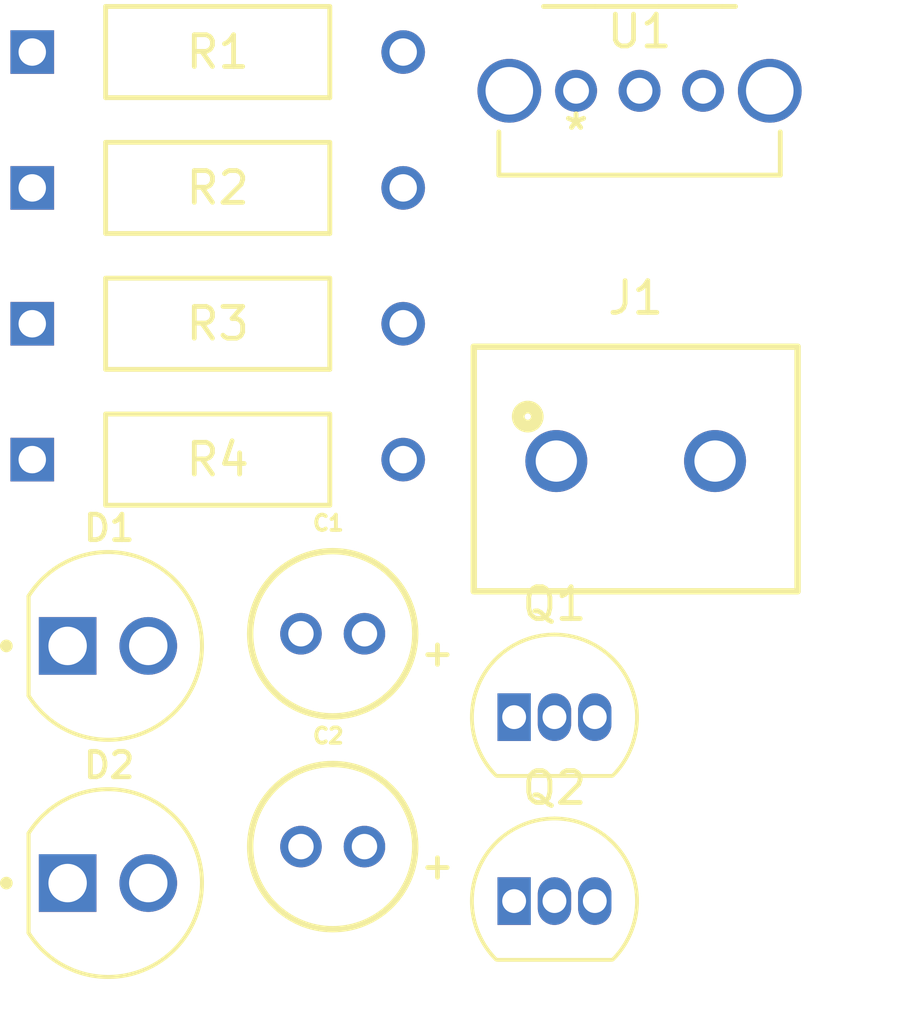
<source format=kicad_pcb>
(kicad_pcb (version 20240108) (generator "pcbnew") (generator_version "8.0")
  (layers (0 "F.Cu" signal) (31 "B.Cu" signal) (34 "B.Paste" user) (35 "F.Paste" user) (36 "B.SilkS" user "B.Silkscreen") (37 "F.SilkS" user "F.Silkscreen") (38 "B.Mask" user) (39 "F.Mask" user) (44 "Edge.Cuts" user))
  (net 0 "")
  (net 1 "Net-(Q1-C)")
  (net 2 "/B1")
  (net 3 "Net-(Q2-C)")
  (net 4 "/B2")
  (net 5 "GND")
  (net 6 "+9V")
  (net 7 "Net-(D1-K)")
  (net 8 "Net-(D1-A)")
  (net 9 "Net-(D2-K)")
  (footprint "Library:LEDRD254W57D500H1070" (layer "F.Cu") (at 147.825 68.717553)
    (property "Reference" "D1" (at 0.04 -3.708 0) (layer "F.SilkS") (effects (font (size 0.8 0.8))))
    (property "Value" "LED")
    (fp_line (start -2.5 -1.566) (end -2.5 1.566) (stroke (width 0.127)) (layer "F.SilkS"))
    (fp_arc (start -2.5 -1.566) (mid 2.961291 0) (end -2.5 1.566) (stroke (width 0.127)) (layer "F.SilkS"))
    (fp_circle (center -3.2 0) (end -3.1 0) (stroke (width 0.2)) (fill none) (layer "F.SilkS"))
    (pad "A" thru_hole circle (at 1.27 0) (size 1.815 1.815) (drill 1.21) (layers "*.Cu" "*.Mask"))
    (pad "C" thru_hole rect (at -1.27 0) (size 1.815 1.815) (drill 1.21) (layers "*.Cu" "*.Mask"))
  )
  (footprint "Library:691137710002" (layer "F.Cu") (at 164.4485 62.8985)
    (property "Reference" "J1" (at 0 -5.135 0) (layer "F.SilkS"))
    (property "Value" "Power Input")
    (fp_line (start -5.1 -3.6) (end 5.1 -3.6) (stroke (width 0.2)) (layer "F.SilkS"))
    (fp_line (start -5.1 4.1) (end -5.1 -3.6) (stroke (width 0.2)) (layer "F.SilkS"))
    (fp_line (start 5.1 -3.6) (end 5.1 4.1) (stroke (width 0.2)) (layer "F.SilkS"))
    (fp_line (start 5.1 4.1) (end -5.1 4.1) (stroke (width 0.2)) (layer "F.SilkS"))
    (fp_circle (center -3.4 -1.4) (end -3.3 -1.4) (stroke (width 0.4)) (fill none) (layer "F.SilkS"))
    (pad "1" thru_hole circle (at -2.5 0) (size 1.95 1.95) (drill 1.3) (layers "*.Cu" "*.Mask") (net 5 "GND"))
    (pad "2" thru_hole circle (at 2.5 0) (size 1.95 1.95) (drill 1.3) (layers "*.Cu" "*.Mask") (net 6 "+9V"))
  )
  (footprint "Library:SWITCH_11MA1QS1" (layer "F.Cu") (at 162.570599 51.2426)
    (property "Reference" "U1" (at 2.000001 -1.867 0) (layer "F.SilkS"))
    (property "Value" "OS102011MA1QS1")
    (fp_line (start -2.432299 1.294593) (end -2.432299 2.6542) (stroke (width 0.1524)) (layer "F.SilkS"))
    (fp_line (start -2.432299 2.6542) (end 6.432301 2.6542) (stroke (width 0.1524)) (layer "F.SilkS"))
    (fp_line (start 0.605251 -2.6544) (end -1.022745 -2.6544) (stroke (width 0.1524)) (layer "F.SilkS"))
    (fp_line (start 2.605252 -2.6544) (end 0.605251 -2.6544) (stroke (width 0.1524)) (layer "F.SilkS"))
    (fp_line (start 4.605253 -2.6544) (end 2.605252 -2.6544) (stroke (width 0.1524)) (layer "F.SilkS"))
    (fp_line (start 5.022748 -2.6544) (end 4.605253 -2.6544) (stroke (width 0.1524)) (layer "F.SilkS"))
    (fp_line (start 6.432301 2.6542) (end 6.432301 1.294593) (stroke (width 0.1524)) (layer "F.SilkS"))
    (fp_text user "*" (at 0 1.27 0) (layer "F.SilkS"))
    (fp_text user "*" (at 0 1.27 0) (layer "F.SilkS"))
    (pad "1" thru_hole circle (at 0 0) (size 1.3208 1.3208) (drill 0.8128) (layers "*.Cu" "*.Mask") (net 6 "+9V"))
    (pad "2" thru_hole circle (at 2.000001 0) (size 1.3208 1.3208) (drill 0.8128) (layers "*.Cu" "*.Mask"))
    (pad "3" thru_hole circle (at 4.000002 0) (size 1.3208 1.3208) (drill 0.8128) (layers "*.Cu" "*.Mask") (net 8 "Net-(D1-A)"))
    (pad "4" thru_hole circle (at -2.102099 0) (size 2.0066 2.0066) (drill 1.4986) (layers "*.Cu" "*.Mask"))
    (pad "5" thru_hole circle (at 6.102101 0) (size 2.0066 2.0066) (drill 1.4986) (layers "*.Cu" "*.Mask"))
  )
  (footprint "Library:YAG_MF25_YAG" (layer "F.Cu") (at 145.441 58.5765)
    (property "Reference" "R3" (at 5.842 0 0) (layer "F.SilkS"))
    (property "Value" "47 kΩ")
    (fp_line (start 2.3114 -1.4351) (end 2.3114 1.4351) (stroke (width 0.1524)) (layer "F.SilkS"))
    (fp_line (start 2.3114 1.4351) (end 9.3726 1.4351) (stroke (width 0.1524)) (layer "F.SilkS"))
    (fp_line (start 9.3726 -1.4351) (end 2.3114 -1.4351) (stroke (width 0.1524)) (layer "F.SilkS"))
    (fp_line (start 9.3726 1.4351) (end 9.3726 -1.4351) (stroke (width 0.1524)) (layer "F.SilkS"))
    (pad "1" thru_hole rect (at 0 0) (size 1.3716 1.3716) (drill 0.8636) (layers "*.Cu" "*.Mask") (net 8 "Net-(D1-A)"))
    (pad "2" thru_hole circle (at 11.684 0) (size 1.3716 1.3716) (drill 0.8636) (layers "*.Cu" "*.Mask") (net 4 "/B2"))
  )
  (footprint "Library:YAG_MF25_YAG" (layer "F.Cu") (at 145.441 50.0233)
    (property "Reference" "R1" (at 5.842 0 0) (layer "F.SilkS"))
    (property "Value" "470 Ω")
    (fp_line (start 2.3114 -1.4351) (end 2.3114 1.4351) (stroke (width 0.1524)) (layer "F.SilkS"))
    (fp_line (start 2.3114 1.4351) (end 9.3726 1.4351) (stroke (width 0.1524)) (layer "F.SilkS"))
    (fp_line (start 9.3726 -1.4351) (end 2.3114 -1.4351) (stroke (width 0.1524)) (layer "F.SilkS"))
    (fp_line (start 9.3726 1.4351) (end 9.3726 -1.4351) (stroke (width 0.1524)) (layer "F.SilkS"))
    (pad "1" thru_hole rect (at 0 0) (size 1.3716 1.3716) (drill 0.8636) (layers "*.Cu" "*.Mask") (net 7 "Net-(D1-K)"))
    (pad "2" thru_hole circle (at 11.684 0) (size 1.3716 1.3716) (drill 0.8636) (layers "*.Cu" "*.Mask") (net 1 "Net-(Q1-C)"))
  )
  (footprint "Library:YAG_MF25_YAG" (layer "F.Cu") (at 145.441 62.8531)
    (property "Reference" "R4" (at 5.842 0 0) (layer "F.SilkS"))
    (property "Value" "470 Ω")
    (fp_line (start 2.3114 -1.4351) (end 2.3114 1.4351) (stroke (width 0.1524)) (layer "F.SilkS"))
    (fp_line (start 2.3114 1.4351) (end 9.3726 1.4351) (stroke (width 0.1524)) (layer "F.SilkS"))
    (fp_line (start 9.3726 -1.4351) (end 2.3114 -1.4351) (stroke (width 0.1524)) (layer "F.SilkS"))
    (fp_line (start 9.3726 1.4351) (end 9.3726 -1.4351) (stroke (width 0.1524)) (layer "F.SilkS"))
    (pad "1" thru_hole rect (at 0 0) (size 1.3716 1.3716) (drill 0.8636) (layers "*.Cu" "*.Mask") (net 9 "Net-(D2-K)"))
    (pad "2" thru_hole circle (at 11.684 0) (size 1.3716 1.3716) (drill 0.8636) (layers "*.Cu" "*.Mask") (net 3 "Net-(Q2-C)"))
  )
  (footprint "Library:YAG_MF25_YAG" (layer "F.Cu") (at 145.441 54.2999)
    (property "Reference" "R2" (at 5.842 0 0) (layer "F.SilkS"))
    (property "Value" "47 kΩ")
    (fp_line (start 2.3114 -1.4351) (end 2.3114 1.4351) (stroke (width 0.1524)) (layer "F.SilkS"))
    (fp_line (start 2.3114 1.4351) (end 9.3726 1.4351) (stroke (width 0.1524)) (layer "F.SilkS"))
    (fp_line (start 9.3726 -1.4351) (end 2.3114 -1.4351) (stroke (width 0.1524)) (layer "F.SilkS"))
    (fp_line (start 9.3726 1.4351) (end 9.3726 -1.4351) (stroke (width 0.1524)) (layer "F.SilkS"))
    (pad "1" thru_hole rect (at 0 0) (size 1.3716 1.3716) (drill 0.8636) (layers "*.Cu" "*.Mask") (net 8 "Net-(D1-A)"))
    (pad "2" thru_hole circle (at 11.684 0) (size 1.3716 1.3716) (drill 0.8636) (layers "*.Cu" "*.Mask") (net 2 "/B1"))
  )
  (footprint "Package_TO_SOT_THT:TO-92_Inline" (layer "F.Cu") (at 160.62 76.75)
    (property "Reference" "Q2" (at 1.27 -3.56 0) (layer "F.SilkS"))
    (property "Value" "2N3904")
    (fp_line (start -0.53 1.85) (end 3.07 1.85) (stroke (width 0.12)) (layer "F.SilkS"))
    (fp_arc (start -0.568478 1.838478) (mid -1.132087 -0.994977) (end 1.27 -2.6) (stroke (width 0.12)) (layer "F.SilkS"))
    (fp_arc (start 1.27 -2.6) (mid 3.672087 -0.994977) (end 3.108478 1.838478) (stroke (width 0.12)) (layer "F.SilkS"))
    (pad "1" thru_hole rect (at 0 0) (size 1.05 1.5) (drill 0.75) (layers "*.Cu" "*.Mask") (net 5 "GND"))
    (pad "2" thru_hole oval (at 1.27 0) (size 1.05 1.5) (drill 0.75) (layers "*.Cu" "*.Mask") (net 2 "/B1"))
    (pad "3" thru_hole oval (at 2.54 0) (size 1.05 1.5) (drill 0.75) (layers "*.Cu" "*.Mask") (net 3 "Net-(Q2-C)"))
  )
  (footprint "Library:LEDRD254W57D500H1070" (layer "F.Cu") (at 147.825 76.182659)
    (property "Reference" "D2" (at 0.04 -3.708 0) (layer "F.SilkS") (effects (font (size 0.8 0.8))))
    (property "Value" "LED")
    (fp_line (start -2.5 -1.566) (end -2.5 1.566) (stroke (width 0.127)) (layer "F.SilkS"))
    (fp_arc (start -2.5 -1.566) (mid 2.961291 0) (end -2.5 1.566) (stroke (width 0.127)) (layer "F.SilkS"))
    (fp_circle (center -3.2 0) (end -3.1 0) (stroke (width 0.2)) (fill none) (layer "F.SilkS"))
    (pad "A" thru_hole circle (at 1.27 0) (size 1.815 1.815) (drill 1.21) (layers "*.Cu" "*.Mask"))
    (pad "C" thru_hole rect (at -1.27 0) (size 1.815 1.815) (drill 1.21) (layers "*.Cu" "*.Mask"))
  )
  (footprint "Library:WCAP-ATG8_5X11_DXL_" (layer "F.Cu") (at 154.905 75.035)
    (property "Reference" "C2" (at -0.14 -3.4848 0) (layer "F.SilkS") (effects (font (size 0.48 0.48) (thickness 0.12))))
    (property "Value" "10 uF")
    (fp_circle (center 0 0) (end 2.6 0) (stroke (width 0.2)) (fill none) (layer "F.SilkS"))
    (fp_text user "+" (at 3.3 0.6 0) (layer "F.SilkS") (effects (font (size 0.8 0.8))))
    (pad "1" thru_hole circle (at 1 0) (size 1.308 1.308) (drill 0.8) (layers "*.Cu" "*.Mask") (net 3 "Net-(Q2-C)"))
    (pad "2" thru_hole circle (at -1 0) (size 1.308 1.308) (drill 0.8) (layers "*.Cu" "*.Mask") (net 4 "/B2"))
  )
  (footprint "Library:WCAP-ATG8_5X11_DXL_" (layer "F.Cu") (at 154.905 68.335)
    (property "Reference" "C1" (at -0.14 -3.4848 0) (layer "F.SilkS") (effects (font (size 0.48 0.48) (thickness 0.12))))
    (property "Value" "10 uF")
    (fp_circle (center 0 0) (end 2.6 0) (stroke (width 0.2)) (fill none) (layer "F.SilkS"))
    (fp_text user "+" (at 3.3 0.6 0) (layer "F.SilkS") (effects (font (size 0.8 0.8))))
    (pad "1" thru_hole circle (at 1 0) (size 1.308 1.308) (drill 0.8) (layers "*.Cu" "*.Mask") (net 1 "Net-(Q1-C)"))
    (pad "2" thru_hole circle (at -1 0) (size 1.308 1.308) (drill 0.8) (layers "*.Cu" "*.Mask") (net 2 "/B1"))
  )
  (footprint "Package_TO_SOT_THT:TO-92_Inline" (layer "F.Cu") (at 160.62 70.96)
    (property "Reference" "Q1" (at 1.27 -3.56 0) (layer "F.SilkS"))
    (property "Value" "2N3904")
    (fp_line (start -0.53 1.85) (end 3.07 1.85) (stroke (width 0.12)) (layer "F.SilkS"))
    (fp_arc (start -0.568478 1.838478) (mid -1.132087 -0.994977) (end 1.27 -2.6) (stroke (width 0.12)) (layer "F.SilkS"))
    (fp_arc (start 1.27 -2.6) (mid 3.672087 -0.994977) (end 3.108478 1.838478) (stroke (width 0.12)) (layer "F.SilkS"))
    (pad "1" thru_hole rect (at 0 0) (size 1.05 1.5) (drill 0.75) (layers "*.Cu" "*.Mask") (net 5 "GND"))
    (pad "2" thru_hole oval (at 1.27 0) (size 1.05 1.5) (drill 0.75) (layers "*.Cu" "*.Mask") (net 4 "/B2"))
    (pad "3" thru_hole oval (at 2.54 0) (size 1.05 1.5) (drill 0.75) (layers "*.Cu" "*.Mask") (net 1 "Net-(Q1-C)"))
  )
)
</source>
